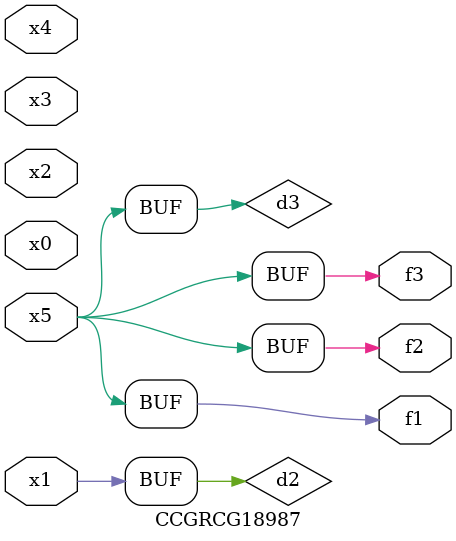
<source format=v>
module CCGRCG18987(
	input x0, x1, x2, x3, x4, x5,
	output f1, f2, f3
);

	wire d1, d2, d3;

	not (d1, x5);
	or (d2, x1);
	xnor (d3, d1);
	assign f1 = d3;
	assign f2 = d3;
	assign f3 = d3;
endmodule

</source>
